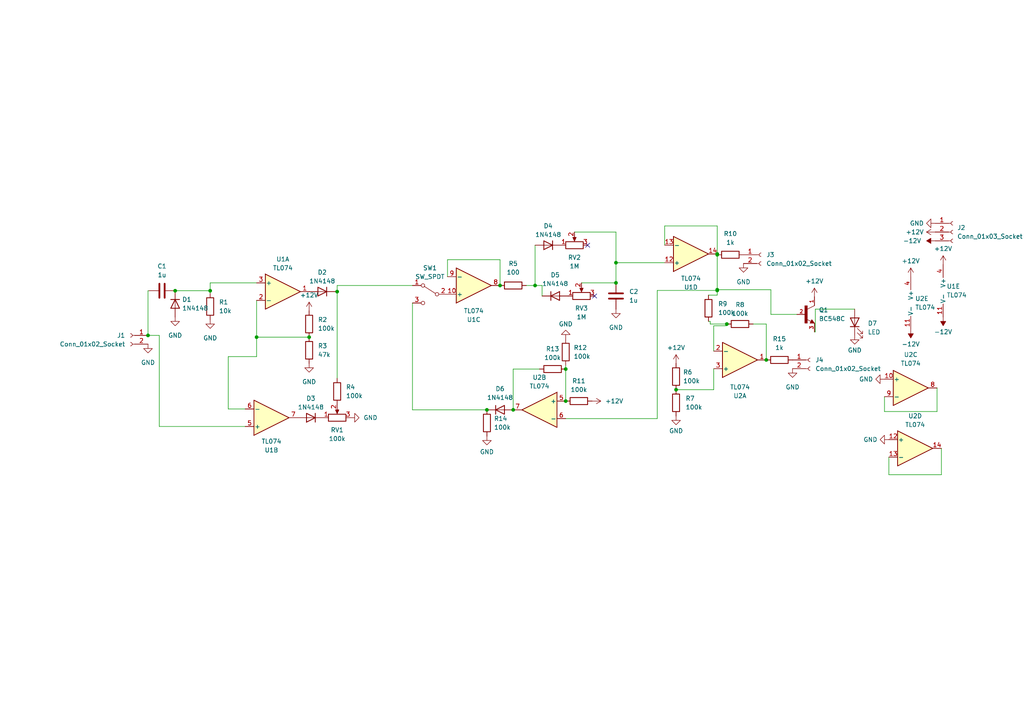
<source format=kicad_sch>
(kicad_sch (version 20230121) (generator eeschema)
  (paper "A4")
  (lib_symbols
    (symbol "Amplifier_Operational:TL074" (pin_names (offset 0.127))
      (property "Reference" "U" (at 0 5.08 0))
      (property "Value" "TL074" (at 0 -5.08 0))
      (symbol "TL074_1_1"
        (polyline (pts (xy -5.08 5.08) (xy 5.08 0) (xy -5.08 -5.08) (xy -5.08 5.08)) (stroke (width 0.254)) (fill (type background)))
        (pin output line (at 7.62 0 180) (length 2.54) (name "~") (number "1"))
        (pin input line (at -7.62 -2.54 0) (length 2.54) (name "-") (number "2"))
        (pin input line (at -7.62 2.54 0) (length 2.54) (name "+") (number "3"))
      )
      (symbol "TL074_2_1"
        (polyline (pts (xy -5.08 5.08) (xy 5.08 0) (xy -5.08 -5.08) (xy -5.08 5.08)) (stroke (width 0.254)) (fill (type background)))
        (pin input line (at -7.62 2.54 0) (length 2.54) (name "+") (number "5"))
        (pin input line (at -7.62 -2.54 0) (length 2.54) (name "-") (number "6"))
        (pin output line (at 7.62 0 180) (length 2.54) (name "~") (number "7"))
      )
      (symbol "TL074_3_1"
        (polyline (pts (xy -5.08 5.08) (xy 5.08 0) (xy -5.08 -5.08) (xy -5.08 5.08)) (stroke (width 0.254)) (fill (type background)))
        (pin input line (at -7.62 2.54 0) (length 2.54) (name "+") (number "10"))
        (pin output line (at 7.62 0 180) (length 2.54) (name "~") (number "8"))
        (pin input line (at -7.62 -2.54 0) (length 2.54) (name "-") (number "9"))
      )
      (symbol "TL074_4_1"
        (polyline (pts (xy -5.08 5.08) (xy 5.08 0) (xy -5.08 -5.08) (xy -5.08 5.08)) (stroke (width 0.254)) (fill (type background)))
        (pin input line (at -7.62 2.54 0) (length 2.54) (name "+") (number "12"))
        (pin input line (at -7.62 -2.54 0) (length 2.54) (name "-") (number "13"))
        (pin output line (at 7.62 0 180) (length 2.54) (name "~") (number "14"))
      )
      (symbol "TL074_5_1"
        (pin power_in line (at -2.54 -7.62 90) (length 3.81) (name "V-") (number "11"))
        (pin power_in line (at -2.54 7.62 270) (length 3.81) (name "V+") (number "4"))
      )
    )
    (symbol "BC548C:BC548C" (pin_names (offset 1.016))
      (property "Reference" "Q" (at -10.16 7.62 0))
      (property "Value" "BC548C" (at -10.16 -7.62 0))
      (symbol "BC548C_0_0"
        (rectangle (start -0.254 -2.54) (end 0.508 2.54) (stroke (width 0.1)) (fill (type outline)))
        (polyline (pts (xy 1.54 -2.04) (xy 0.308 -1.424)) (stroke (width 0.1524)))
        (polyline (pts (xy 2.54 2.54) (xy 0.508 1.524)) (stroke (width 0.1524)))
        (polyline (pts (xy 1.27 -2.54) (xy 1.778 -1.524) (xy 2.54 -2.54) (xy 1.27 -2.54)) (stroke (width 0.1524)) (fill (type outline)))
        (pin passive line (at 2.54 5.08 270) (length 2.54) (name "~") (number "1"))
        (pin passive line (at -2.54 0 0) (length 2.54) (name "~") (number "2"))
        (pin passive line (at 2.54 -5.08 90) (length 2.54) (name "~") (number "3"))
      )
    )
    (symbol "Connector:Conn_01x02_Socket" (pin_names (offset 1.016) hide)
      (property "Reference" "J" (at 0 2.54 0))
      (property "Value" "Conn_01x02_Socket" (at 0 -5.08 0))
      (symbol "Conn_01x02_Socket_1_1"
        (arc (start 0 -2.032) (mid -0.5058 -2.54) (end 0 -3.048) (stroke (width 0.1524)))
        (polyline (pts (xy -1.27 -2.54) (xy -0.508 -2.54)) (stroke (width 0.1524)))
        (polyline (pts (xy -1.27 0) (xy -0.508 0)) (stroke (width 0.1524)))
        (arc (start 0 0.508) (mid -0.5058 0) (end 0 -0.508) (stroke (width 0.1524)))
        (pin passive line (at -5.08 0 0) (length 3.81) (name "Pin_1") (number "1"))
        (pin passive line (at -5.08 -2.54 0) (length 3.81) (name "Pin_2") (number "2"))
      )
    )
    (symbol "Connector:Conn_01x03_Socket" (pin_names (offset 1.016) hide)
      (property "Reference" "J" (at 0 5.08 0))
      (property "Value" "Conn_01x03_Socket" (at 0 -5.08 0))
      (symbol "Conn_01x03_Socket_1_1"
        (arc (start 0 -2.032) (mid -0.5058 -2.54) (end 0 -3.048) (stroke (width 0.1524)))
        (polyline (pts (xy -1.27 -2.54) (xy -0.508 -2.54)) (stroke (width 0.1524)))
        (polyline (pts (xy -1.27 0) (xy -0.508 0)) (stroke (width 0.1524)))
        (polyline (pts (xy -1.27 2.54) (xy -0.508 2.54)) (stroke (width 0.1524)))
        (arc (start 0 0.508) (mid -0.5058 0) (end 0 -0.508) (stroke (width 0.1524)))
        (arc (start 0 3.048) (mid -0.5058 2.54) (end 0 2.032) (stroke (width 0.1524)))
        (pin passive line (at -5.08 2.54 0) (length 3.81) (name "Pin_1") (number "1"))
        (pin passive line (at -5.08 0 0) (length 3.81) (name "Pin_2") (number "2"))
        (pin passive line (at -5.08 -2.54 0) (length 3.81) (name "Pin_3") (number "3"))
      )
    )
    (symbol "Device:C" (pin_numbers hide) (pin_names (offset 0.254))
      (property "Reference" "C" (at 0.635 2.54 0))
      (property "Value" "C" (at 0.635 -2.54 0))
      (symbol "C_0_1"
        (polyline (pts (xy -2.032 -0.762) (xy 2.032 -0.762)) (stroke (width 0.508)))
        (polyline (pts (xy -2.032 0.762) (xy 2.032 0.762)) (stroke (width 0.508)))
      )
      (symbol "C_1_1"
        (pin passive line (at 0 3.81 270) (length 2.794) (name "~") (number "1"))
        (pin passive line (at 0 -3.81 90) (length 2.794) (name "~") (number "2"))
      )
    )
    (symbol "Device:LED" (pin_numbers hide) (pin_names (offset 1.016) hide)
      (property "Reference" "D" (at 0 2.54 0))
      (property "Value" "LED" (at 0 -2.54 0))
      (symbol "LED_0_1"
        (polyline (pts (xy -1.27 -1.27) (xy -1.27 1.27)) (stroke (width 0.254)))
        (polyline (pts (xy -1.27 0) (xy 1.27 0)))
        (polyline (pts (xy 1.27 -1.27) (xy 1.27 1.27) (xy -1.27 0) (xy 1.27 -1.27)) (stroke (width 0.254)))
        (polyline (pts (xy -3.048 -0.762) (xy -4.572 -2.286) (xy -3.81 -2.286) (xy -4.572 -2.286) (xy -4.572 -1.524)))
        (polyline (pts (xy -1.778 -0.762) (xy -3.302 -2.286) (xy -2.54 -2.286) (xy -3.302 -2.286) (xy -3.302 -1.524)))
      )
      (symbol "LED_1_1"
        (pin passive line (at -3.81 0 0) (length 2.54) (name "K") (number "1"))
        (pin passive line (at 3.81 0 180) (length 2.54) (name "A") (number "2"))
      )
    )
    (symbol "Device:R" (pin_numbers hide) (pin_names (offset 0))
      (property "Reference" "R" (at 2.032 0 90))
      (property "Value" "R" (at 0 0 90))
      (symbol "R_0_1"
        (rectangle (start -1.016 -2.54) (end 1.016 2.54) (stroke (width 0.254)))
      )
      (symbol "R_1_1"
        (pin passive line (at 0 3.81 270) (length 1.27) (name "~") (number "1"))
        (pin passive line (at 0 -3.81 90) (length 1.27) (name "~") (number "2"))
      )
    )
    (symbol "Device:R_Potentiometer" (pin_names (offset 1.016) hide)
      (property "Reference" "RV" (at -4.445 0 90))
      (property "Value" "R_Potentiometer" (at -2.54 0 90))
      (symbol "R_Potentiometer_0_1"
        (polyline (pts (xy 2.54 0) (xy 1.524 0)))
        (polyline (pts (xy 1.143 0) (xy 2.286 0.508) (xy 2.286 -0.508) (xy 1.143 0)) (fill (type outline)))
        (rectangle (start 1.016 2.54) (end -1.016 -2.54) (stroke (width 0.254)))
      )
      (symbol "R_Potentiometer_1_1"
        (pin passive line (at 0 3.81 270) (length 1.27) (name "1") (number "1"))
        (pin passive line (at 3.81 0 180) (length 1.27) (name "2") (number "2"))
        (pin passive line (at 0 -3.81 90) (length 1.27) (name "3") (number "3"))
      )
    )
    (symbol "Diode:1N4148" (pin_numbers hide) (pin_names hide)
      (property "Reference" "D" (at 0 2.54 0))
      (property "Value" "1N4148" (at 0 -2.54 0))
      (symbol "1N4148_0_1"
        (polyline (pts (xy -1.27 1.27) (xy -1.27 -1.27)) (stroke (width 0.254)))
        (polyline (pts (xy 1.27 0) (xy -1.27 0)))
        (polyline (pts (xy 1.27 1.27) (xy 1.27 -1.27) (xy -1.27 0) (xy 1.27 1.27)) (stroke (width 0.254)))
      )
      (symbol "1N4148_1_1"
        (pin passive line (at -3.81 0 0) (length 2.54) (name "K") (number "1"))
        (pin passive line (at 3.81 0 180) (length 2.54) (name "A") (number "2"))
      )
    )
    (symbol "Switch:SW_SPDT" (pin_names (offset 0) hide)
      (property "Reference" "SW" (at 0 4.318 0))
      (property "Value" "SW_SPDT" (at 0 -5.08 0))
      (symbol "SW_SPDT_0_0"
        (circle (center -2.032 0) (radius 0.508))
        (circle (center 2.032 -2.54) (radius 0.508))
      )
      (symbol "SW_SPDT_0_1"
        (polyline (pts (xy -1.524 0.254) (xy 1.651 2.286)))
        (circle (center 2.032 2.54) (radius 0.508))
      )
      (symbol "SW_SPDT_1_1"
        (pin passive line (at 5.08 2.54 180) (length 2.54) (name "A") (number "1"))
        (pin passive line (at -5.08 0 0) (length 2.54) (name "B") (number "2"))
        (pin passive line (at 5.08 -2.54 180) (length 2.54) (name "C") (number "3"))
      )
    )
    (symbol "power:+12V" (power) (pin_names (offset 0))
      (property "Value" "+12V" (at 0 3.556 0))
      (symbol "+12V_0_1"
        (polyline (pts (xy -0.762 1.27) (xy 0 2.54)))
        (polyline (pts (xy 0 0) (xy 0 2.54)))
        (polyline (pts (xy 0 2.54) (xy 0.762 1.27)))
      )
      (symbol "+12V_1_1"
        (pin power_in line (at 0 0 90) (length 0) hide (name "+12V") (number "1"))
      )
    )
    (symbol "power:-12V" (power) (pin_names (offset 0))
      (property "Value" "-12V" (at 0 3.81 0))
      (symbol "-12V_0_0"
        (pin power_in line (at 0 0 90) (length 0) hide (name "-12V") (number "1"))
      )
      (symbol "-12V_0_1"
        (polyline (pts (xy 0 0) (xy 0 1.27) (xy 0.762 1.27) (xy 0 2.54) (xy -0.762 1.27) (xy 0 1.27)) (fill (type outline)))
      )
    )
    (symbol "power:GND" (power) (pin_names (offset 0))
      (property "Value" "GND" (at 0 -3.81 0))
      (symbol "GND_0_1"
        (polyline (pts (xy 0 0) (xy 0 -1.27) (xy 1.27 -1.27) (xy 0 -2.54) (xy -1.27 -1.27) (xy 0 -1.27)))
      )
      (symbol "GND_1_1"
        (pin power_in line (at 0 0 270) (length 0) hide (name "GND") (number "1"))
      )
    )
  )
  (junction (at 208.026 84.0345))
  (junction (at 141.224 118.872))
  (junction (at 155.194 82.804))
  (junction (at 97.79 84.582))
  (junction (at 210.82 93.98))
  (junction (at 145.034 82.804))
  (junction (at 208.026 73.66))
  (junction (at 164.084 107.0446))
  (junction (at 164.084 116.332))
  (junction (at 222.25 104.394))
  (junction (at 178.6567 76.2))
  (junction (at 208.026 73.8936))
  (junction (at 60.96 84.328))
  (junction (at 178.6567 82.042))
  (junction (at 208.026 84.2428))
  (junction (at 148.844 118.872))
  (junction (at 42.926 97.282))
  (junction (at 50.8 84.328))
  (junction (at 196.088 113.03))
  (junction (at 74.422 97.79))
  (junction (at 89.662 97.79))
  (no_connect (at 170.434 71.12))
  (no_connect (at 172.466 85.852))
  (wire (pts (xy 148.844 107.0446) (xy 148.844 118.872)))
  (wire (pts (xy 178.6567 67.31) (xy 178.6567 76.2)))
  (wire (pts (xy 74.422 82.042) (xy 60.96 82.042)))
  (wire (pts (xy 74.422 97.79) (xy 74.422 103.4287)))
  (wire (pts (xy 43.18 84.328) (xy 42.926 84.328)))
  (wire (pts (xy 119.634 118.872) (xy 119.634 87.884)))
  (wire (pts (xy 190.6293 121.412) (xy 190.6293 84.2428)))
  (wire (pts (xy 192.786 65.5339) (xy 208.026 65.5339)))
  (wire (pts (xy 231.14 91.186) (xy 223.5933 91.186)))
  (wire (pts (xy 156.464 107.0446) (xy 148.844 107.0446)))
  (wire (pts (xy 46.1954 97.282) (xy 42.926 97.282)))
  (wire (pts (xy 207.01 94.4879) (xy 207.01 101.854)))
  (wire (pts (xy 152.654 82.804) (xy 155.194 82.804)))
  (wire (pts (xy 60.96 82.042) (xy 60.96 84.328)))
  (wire (pts (xy 205.486 85.598) (xy 208.026 85.598)))
  (wire (pts (xy 129.794 75.3247) (xy 145.034 75.3247)))
  (wire (pts (xy 66.1996 103.4287) (xy 66.1996 118.618)))
  (wire (pts (xy 66.1996 118.618) (xy 71.12 118.618)))
  (wire (pts (xy 210.82 94.4879) (xy 207.01 94.4879)))
  (wire (pts (xy 205.994 93.218) (xy 205.994 93.98)))
  (wire (pts (xy 155.194 82.804) (xy 155.194 71.12)))
  (wire (pts (xy 256.54 115.062) (xy 256.54 119.3654)))
  (wire (pts (xy 236.474 96.266) (xy 236.22 96.266)))
  (wire (pts (xy 208.026 84.2428) (xy 208.026 84.0345)))
  (wire (pts (xy 166.624 67.31) (xy 178.6567 67.31)))
  (wire (pts (xy 256.54 119.3654) (xy 271.78 119.3654)))
  (wire (pts (xy 271.78 119.3654) (xy 271.78 112.522)))
  (wire (pts (xy 178.6567 76.2) (xy 178.6567 82.042)))
  (wire (pts (xy 190.6293 84.2428) (xy 208.026 84.2428)))
  (wire (pts (xy 42.926 84.328) (xy 42.926 97.282)))
  (wire (pts (xy 192.786 71.12) (xy 192.786 65.5339)))
  (wire (pts (xy 89.662 97.79) (xy 74.422 97.79)))
  (wire (pts (xy 164.084 121.412) (xy 190.6293 121.412)))
  (wire (pts (xy 205.994 93.98) (xy 210.82 93.98)))
  (wire (pts (xy 210.82 93.98) (xy 210.82 94.4879)))
  (wire (pts (xy 207.01 113.03) (xy 196.088 113.03)))
  (wire (pts (xy 208.026 85.598) (xy 208.026 84.2428)))
  (wire (pts (xy 119.634 82.804) (xy 97.79 82.804)))
  (wire (pts (xy 46.1954 123.698) (xy 46.1954 97.282)))
  (wire (pts (xy 157.226 82.804) (xy 157.226 85.852)))
  (wire (pts (xy 218.44 93.98) (xy 222.25 93.98)))
  (wire (pts (xy 208.026 65.5339) (xy 208.026 73.66)))
  (wire (pts (xy 222.25 93.98) (xy 222.25 104.394)))
  (wire (pts (xy 208.026 84.0345) (xy 208.026 73.8936)))
  (wire (pts (xy 223.5933 91.186) (xy 223.5933 84.0345)))
  (wire (pts (xy 71.12 123.698) (xy 46.1954 123.698)))
  (wire (pts (xy 129.794 80.264) (xy 129.794 75.3247)))
  (wire (pts (xy 97.79 84.582) (xy 97.282 84.582)))
  (wire (pts (xy 50.8 84.328) (xy 60.96 84.328)))
  (wire (pts (xy 178.6567 82.042) (xy 168.656 82.042)))
  (wire (pts (xy 60.96 84.328) (xy 60.96 85.09)))
  (wire (pts (xy 208.026 73.66) (xy 208.026 73.8936)))
  (wire (pts (xy 257.81 132.588) (xy 257.81 137.6938)))
  (wire (pts (xy 97.79 109.728) (xy 97.79 84.582)))
  (wire (pts (xy 145.034 75.3247) (xy 145.034 82.804)))
  (wire (pts (xy 97.79 82.804) (xy 97.79 84.582)))
  (wire (pts (xy 164.084 105.918) (xy 164.084 107.0446)))
  (wire (pts (xy 74.422 103.4287) (xy 66.1996 103.4287)))
  (wire (pts (xy 192.786 76.2) (xy 178.6567 76.2)))
  (wire (pts (xy 155.194 82.804) (xy 157.226 82.804)))
  (wire (pts (xy 207.01 106.934) (xy 207.01 113.03)))
  (wire (pts (xy 205.486 93.218) (xy 205.994 93.218)))
  (wire (pts (xy 164.084 107.0446) (xy 164.084 116.332)))
  (wire (pts (xy 141.224 118.872) (xy 119.634 118.872)))
  (wire (pts (xy 273.05 137.6938) (xy 273.05 130.048)))
  (wire (pts (xy 247.904 89.662) (xy 236.474 89.662)))
  (wire (pts (xy 257.81 137.6938) (xy 273.05 137.6938)))
  (wire (pts (xy 236.474 89.662) (xy 236.474 96.266)))
  (wire (pts (xy 74.422 87.122) (xy 74.422 97.79)))
  (wire (pts (xy 223.5933 84.0345) (xy 208.026 84.0345)))
  (symbol (lib_id "Device:R") (at 211.836 73.8936 270) (unit 1)
    (property "Reference" "R10" (at 211.836 67.7976 90))
    (property "Value" "1k" (at 211.836 70.3376 90))
    (property "Footprint" "Resistor_THT:R_Axial_DIN0204_L3.6mm_D1.6mm_P7.62mm_Horizontal" (effects hide))
  )
  (symbol (lib_id "Diode:1N4148") (at 50.8 88.138 270) (unit 1)
    (property "Reference" "D1" (at 52.832 86.868 90) (effects (justify left)))
    (property "Value" "1N4148" (at 52.832 89.408 90) (effects (justify left)))
    (property "Footprint" "Diode_THT:D_DO-35_SOD27_P7.62mm_Horizontal" (effects hide))
    (property "Datasheet" "https://assets.nexperia.com/documents/data-sheet/1N4148_1N4448.pdf" (effects hide))
    (property "Sim.Device" "D" (effects hide))
    (property "Sim.Pins" "1=K 2=A" (effects hide))
  )
  (symbol (lib_id "Device:R") (at 214.63 93.98 90) (unit 1)
    (property "Reference" "R8" (at 214.63 88.392 90))
    (property "Value" "100k" (at 214.63 90.932 90))
    (property "Footprint" "Resistor_THT:R_Axial_DIN0204_L3.6mm_D1.6mm_P7.62mm_Horizontal" (effects hide))
  )
  (symbol (lib_id "Amplifier_Operational:TL074") (at 78.74 121.158 0) (mirror x) (unit 2)
    (property "Reference" "U1" (at 78.74 130.556 0))
    (property "Value" "TL074" (at 78.74 128.016 0))
    (property "Footprint" "my_library:my_dip14" (effects hide))
    (property "Datasheet" "http://www.ti.com/lit/ds/symlink/tl071.pdf" (effects hide))
  )
  (symbol (lib_id "Device:R") (at 160.274 107.0446 270) (unit 1)
    (property "Reference" "R13" (at 160.274 101.2026 90))
    (property "Value" "100k" (at 160.274 103.7426 90))
    (property "Footprint" "Resistor_THT:R_Axial_DIN0204_L3.6mm_D1.6mm_P7.62mm_Horizontal" (effects hide))
  )
  (symbol (lib_id "power:+12V") (at 89.662 90.17 0) (unit 1)
    (property "Reference" "#PWR013" (effects hide))
    (property "Value" "+12V" (at 89.662 85.598 0))
  )
  (symbol (lib_id "power:GND") (at 101.6 121.158 90) (unit 1)
    (property "Reference" "#PWR014" (effects hide))
    (property "Value" "GND" (at 105.41 121.158 90) (effects (justify right)))
  )
  (symbol (lib_id "Amplifier_Operational:TL074") (at 137.414 82.804 0) (mirror x) (unit 3)
    (property "Reference" "U1" (at 137.414 92.71 0))
    (property "Value" "TL074" (at 137.414 90.17 0))
    (property "Footprint" "my_library:my_dip14" (effects hide))
    (property "Datasheet" "http://www.ti.com/lit/ds/symlink/tl071.pdf" (effects hide))
  )
  (symbol (lib_id "Switch:SW_SPDT") (at 124.714 85.344 0) (mirror y) (unit 1)
    (property "Reference" "SW1" (at 124.714 77.724 0))
    (property "Value" "SW_SPDT" (at 124.714 80.264 0))
    (property "Footprint" "my_library:my_really_cool_3pin" (effects hide))
  )
  (symbol (lib_id "Connector:Conn_01x03_Socket") (at 276.352 67.31 0) (unit 1)
    (property "Reference" "J2" (at 277.622 66.04 0) (effects (justify left)))
    (property "Value" "Conn_01x03_Socket" (at 277.622 68.58 0) (effects (justify left)))
    (property "Footprint" "my_library:my_really_cool_3pin" (effects hide))
  )
  (symbol (lib_id "Device:C") (at 178.6567 85.852 180) (unit 1)
    (property "Reference" "C2" (at 182.4667 84.582 0) (effects (justify right)))
    (property "Value" "1u" (at 182.4667 87.122 0) (effects (justify right)))
    (property "Footprint" "Capacitor_THT:C_Disc_D4.3mm_W1.9mm_P5.00mm" (effects hide))
  )
  (symbol (lib_id "Device:R") (at 226.06 104.394 270) (unit 1)
    (property "Reference" "R15" (at 226.06 98.298 90))
    (property "Value" "1k" (at 226.06 100.838 90))
    (property "Footprint" "Resistor_THT:R_Axial_DIN0204_L3.6mm_D1.6mm_P7.62mm_Horizontal" (effects hide))
  )
  (symbol (lib_id "power:+12V") (at 236.22 86.106 0) (unit 1)
    (property "Reference" "#PWR025" (effects hide))
    (property "Value" "+12V" (at 236.22 81.534 0))
  )
  (symbol (lib_id "power:GND") (at 247.904 97.282 0) (unit 1)
    (property "Reference" "#PWR026" (effects hide))
    (property "Value" "GND" (at 247.904 101.6 0))
  )
  (symbol (lib_id "power:+12V") (at 273.558 76.708 0) (unit 1)
    (property "Reference" "#PWR07" (effects hide))
    (property "Value" "+12V" (at 273.558 72.136 0))
  )
  (symbol (lib_id "Device:C") (at 46.99 84.328 90) (unit 1)
    (property "Reference" "C1" (at 46.99 77.216 90))
    (property "Value" "1u" (at 46.99 79.756 90))
    (property "Footprint" "Capacitor_THT:C_Disc_D4.3mm_W1.9mm_P5.00mm" (effects hide))
  )
  (symbol (lib_id "Diode:1N4148") (at 93.472 84.582 180) (unit 1)
    (property "Reference" "D2" (at 93.472 78.994 0))
    (property "Value" "1N4148" (at 93.472 81.534 0))
    (property "Footprint" "Diode_THT:D_DO-35_SOD27_P7.62mm_Horizontal" (effects hide))
    (property "Datasheet" "https://assets.nexperia.com/documents/data-sheet/1N4148_1N4448.pdf" (effects hide))
    (property "Sim.Device" "D" (effects hide))
    (property "Sim.Pins" "1=K 2=A" (effects hide))
  )
  (symbol (lib_id "power:GND") (at 60.96 92.71 0) (unit 1)
    (property "Reference" "#PWR011" (effects hide))
    (property "Value" "GND" (at 60.96 98.044 0))
  )
  (symbol (lib_id "power:GND") (at 89.662 105.41 0) (unit 1)
    (property "Reference" "#PWR012" (effects hide))
    (property "Value" "GND" (at 89.662 110.744 0))
  )
  (symbol (lib_id "Connector:Conn_01x02_Socket") (at 234.95 104.394 0) (unit 1)
    (property "Reference" "J4" (at 236.474 104.394 0) (effects (justify left)))
    (property "Value" "Conn_01x02_Socket" (at 236.474 106.934 0) (effects (justify left)))
    (property "Footprint" "my_library:my_really_cool_2pin" (effects hide))
  )
  (symbol (lib_id "power:GND") (at 257.81 127.508 270) (unit 1)
    (property "Reference" "#PWR020" (effects hide))
    (property "Value" "GND" (at 254.508 127.508 90) (effects (justify right)))
  )
  (symbol (lib_id "power:GND") (at 215.646 76.4336 0) (unit 1)
    (property "Reference" "#PWR016" (effects hide))
    (property "Value" "GND" (at 215.646 81.7676 0))
  )
  (symbol (lib_id "power:-12V") (at 271.272 69.85 90) (unit 1)
    (property "Reference" "#PWR02" (effects hide))
    (property "Value" "-12V" (at 267.208 69.85 90) (effects (justify left)))
  )
  (symbol (lib_id "power:+12V") (at 264.16 80.264 0) (unit 1)
    (property "Reference" "#PWR017" (effects hide))
    (property "Value" "+12V" (at 264.16 75.692 0))
  )
  (symbol (lib_id "Device:R") (at 89.662 101.6 0) (unit 1)
    (property "Reference" "R3" (at 92.202 100.33 0) (effects (justify left)))
    (property "Value" "47k" (at 92.202 102.87 0) (effects (justify left)))
    (property "Footprint" "Resistor_THT:R_Axial_DIN0204_L3.6mm_D1.6mm_P7.62mm_Horizontal" (effects hide))
  )
  (symbol (lib_id "Amplifier_Operational:TL074") (at 156.464 118.872 0) (mirror y) (unit 2)
    (property "Reference" "U2" (at 156.464 109.474 0))
    (property "Value" "TL074" (at 156.464 112.014 0))
    (property "Footprint" "my_library:my_dip14" (effects hide))
    (property "Datasheet" "http://www.ti.com/lit/ds/symlink/tl071.pdf" (effects hide))
  )
  (symbol (lib_id "power:+12V") (at 171.704 116.332 270) (unit 1)
    (property "Reference" "#PWR028" (effects hide))
    (property "Value" "+12V" (at 175.514 116.332 90) (effects (justify left)))
  )
  (symbol (lib_id "power:GND") (at 256.54 109.982 270) (unit 1)
    (property "Reference" "#PWR019" (effects hide))
    (property "Value" "GND" (at 253.238 109.982 90) (effects (justify right)))
  )
  (symbol (lib_id "Device:R") (at 97.79 113.538 0) (unit 1)
    (property "Reference" "R4" (at 100.33 112.268 0) (effects (justify left)))
    (property "Value" "100k" (at 100.33 114.808 0) (effects (justify left)))
    (property "Footprint" "Resistor_THT:R_Axial_DIN0204_L3.6mm_D1.6mm_P7.62mm_Horizontal" (effects hide))
  )
  (symbol (lib_id "Amplifier_Operational:TL074") (at 264.16 112.522 0) (unit 3)
    (property "Reference" "U2" (at 264.16 102.87 0))
    (property "Value" "TL074" (at 264.16 105.41 0))
    (property "Footprint" "my_library:my_dip14" (effects hide))
    (property "Datasheet" "http://www.ti.com/lit/ds/symlink/tl071.pdf" (effects hide))
  )
  (symbol (lib_id "power:-12V") (at 273.558 91.948 180) (unit 1)
    (property "Reference" "#PWR08" (effects hide))
    (property "Value" "-12V" (at 273.558 96.266 0))
  )
  (symbol (lib_id "power:GND") (at 42.926 99.822 0) (unit 1)
    (property "Reference" "#PWR09" (effects hide))
    (property "Value" "GND" (at 42.926 105.156 0))
  )
  (symbol (lib_id "Amplifier_Operational:TL074") (at 214.63 104.394 0) (mirror x) (unit 1)
    (property "Reference" "U2" (at 214.63 114.808 0))
    (property "Value" "TL074" (at 214.63 112.268 0))
    (property "Footprint" "my_library:my_dip14" (effects hide))
    (property "Datasheet" "http://www.ti.com/lit/ds/symlink/tl071.pdf" (effects hide))
  )
  (symbol (lib_id "Amplifier_Operational:TL074") (at 276.098 84.328 0) (unit 5)
    (property "Reference" "U1" (at 274.574 83.058 0) (effects (justify left)))
    (property "Value" "TL074" (at 274.574 85.598 0) (effects (justify left)))
    (property "Footprint" "my_library:my_dip14" (effects hide))
    (property "Datasheet" "http://www.ti.com/lit/ds/symlink/tl071.pdf" (effects hide))
  )
  (symbol (lib_id "Device:R") (at 196.088 109.22 0) (unit 1)
    (property "Reference" "R6" (at 198.12 107.95 0) (effects (justify left)))
    (property "Value" "100k" (at 198.12 110.49 0) (effects (justify left)))
    (property "Footprint" "Resistor_THT:R_Axial_DIN0204_L3.6mm_D1.6mm_P7.62mm_Horizontal" (effects hide))
  )
  (symbol (lib_id "BC548C:BC548C") (at 233.68 91.186 0) (unit 1)
    (property "Reference" "Q1" (at 237.49 89.916 0) (effects (justify left)))
    (property "Value" "BC548C" (at 237.49 92.456 0) (effects (justify left)))
    (property "Footprint" "BC548C:TO92250P510H770-3" (effects hide))
    (property "MF" "ON" (effects hide))
    (property "Purchase-URL" "https://www.snapeda.com/api/url_track_click_mouser/?unipart_id=455158&manufacturer=ON&part_name=BC548C&search_term=None" (effects hide))
    (property "Package" "E-PKG AXIAL-LEADED-2 ON Semiconductor" (effects hide))
    (property "Price" "None" (effects hide))
    (property "Check_prices" "https://www.snapeda.com/parts/BC548C/Onsemi/view-part/?ref=eda" (effects hide))
    (property "SnapEDA_Link" "https://www.snapeda.com/parts/BC548C/Onsemi/view-part/?ref=snap" (effects hide))
    (property "MP" "BC548C" (effects hide))
    (property "Availability" "In Stock" (effects hide))
    (property "Description" "\nBipolar (BJT) Transistor NPN 30 V 100 mA 300MHz 625 mW Through Hole TO-92 (TO-226)\n" (effects hide))
  )
  (symbol (lib_id "Device:R") (at 167.894 116.332 90) (unit 1)
    (property "Reference" "R11" (at 167.894 110.49 90))
    (property "Value" "100k" (at 167.894 113.03 90))
    (property "Footprint" "Resistor_THT:R_Axial_DIN0204_L3.6mm_D1.6mm_P7.62mm_Horizontal" (effects hide))
  )
  (symbol (lib_id "Amplifier_Operational:TL074") (at 265.43 130.048 0) (unit 4)
    (property "Reference" "U2" (at 265.43 120.65 0))
    (property "Value" "TL074" (at 265.43 123.19 0))
    (property "Footprint" "my_library:my_dip14" (effects hide))
    (property "Datasheet" "http://www.ti.com/lit/ds/symlink/tl071.pdf" (effects hide))
  )
  (symbol (lib_id "Diode:1N4148") (at 159.004 71.12 180) (unit 1)
    (property "Reference" "D4" (at 159.004 65.532 0))
    (property "Value" "1N4148" (at 159.004 68.072 0))
    (property "Footprint" "Diode_THT:D_DO-35_SOD27_P7.62mm_Horizontal" (effects hide))
    (property "Datasheet" "https://assets.nexperia.com/documents/data-sheet/1N4148_1N4448.pdf" (effects hide))
    (property "Sim.Device" "D" (effects hide))
    (property "Sim.Pins" "1=K 2=A" (effects hide))
  )
  (symbol (lib_id "power:GND") (at 164.084 98.298 180) (unit 1)
    (property "Reference" "#PWR023" (effects hide))
    (property "Value" "GND" (at 164.084 93.98 0))
  )
  (symbol (lib_id "Amplifier_Operational:TL074") (at 82.042 84.582 0) (unit 1)
    (property "Reference" "U1" (at 82.042 75.184 0))
    (property "Value" "TL074" (at 82.042 77.724 0))
    (property "Footprint" "my_library:my_dip14" (effects hide))
    (property "Datasheet" "http://www.ti.com/lit/ds/symlink/tl071.pdf" (effects hide))
  )
  (symbol (lib_id "Connector:Conn_01x02_Socket") (at 220.726 73.8936 0) (unit 1)
    (property "Reference" "J3" (at 222.25 73.8936 0) (effects (justify left)))
    (property "Value" "Conn_01x02_Socket" (at 222.25 76.4336 0) (effects (justify left)))
    (property "Footprint" "my_library:my_really_cool_2pin" (effects hide))
  )
  (symbol (lib_id "Diode:1N4148") (at 161.036 85.852 0) (unit 1)
    (property "Reference" "D5" (at 161.036 79.756 0))
    (property "Value" "1N4148" (at 161.036 82.296 0))
    (property "Footprint" "Diode_THT:D_DO-35_SOD27_P7.62mm_Horizontal" (effects hide))
    (property "Datasheet" "https://assets.nexperia.com/documents/data-sheet/1N4148_1N4448.pdf" (effects hide))
    (property "Sim.Device" "D" (effects hide))
    (property "Sim.Pins" "1=K 2=A" (effects hide))
  )
  (symbol (lib_id "Device:R_Potentiometer") (at 97.79 121.158 90) (unit 1)
    (property "Reference" "RV1" (at 97.79 124.714 90))
    (property "Value" "100k" (at 97.79 127.254 90))
    (property "Footprint" "my_library:my_really_cool_3pin" (effects hide))
  )
  (symbol (lib_id "power:GND") (at 141.224 126.492 0) (unit 1)
    (property "Reference" "#PWR024" (effects hide))
    (property "Value" "GND" (at 141.224 131.064 0))
  )
  (symbol (lib_id "Device:R_Potentiometer") (at 168.656 85.852 90) (unit 1)
    (property "Reference" "RV3" (at 168.656 89.408 90))
    (property "Value" "1M" (at 168.656 91.948 90))
    (property "Footprint" "my_library:my_really_cool_2pin" (effects hide))
  )
  (symbol (lib_id "Device:LED") (at 247.904 93.472 90) (unit 1)
    (property "Reference" "D7" (at 251.6889 93.7895 90) (effects (justify right)))
    (property "Value" "LED" (at 251.6889 96.3295 90) (effects (justify right)))
    (property "Footprint" "LED_THT:LED_D3.0mm" (effects hide))
  )
  (symbol (lib_id "power:GND") (at 271.272 64.77 270) (unit 1)
    (property "Reference" "#PWR03" (effects hide))
    (property "Value" "GND" (at 267.97 64.77 90) (effects (justify right)))
  )
  (symbol (lib_id "Device:R") (at 205.486 89.408 180) (unit 1)
    (property "Reference" "R9" (at 208.28 88.138 0) (effects (justify right)))
    (property "Value" "100k" (at 208.28 90.678 0) (effects (justify right)))
    (property "Footprint" "Resistor_THT:R_Axial_DIN0204_L3.6mm_D1.6mm_P7.62mm_Horizontal" (effects hide))
  )
  (symbol (lib_id "Device:R") (at 196.088 116.84 180) (unit 1)
    (property "Reference" "R7" (at 198.8226 115.57 0) (effects (justify right)))
    (property "Value" "100k" (at 198.8226 118.11 0) (effects (justify right)))
    (property "Footprint" "Resistor_THT:R_Axial_DIN0204_L3.6mm_D1.6mm_P7.62mm_Horizontal" (effects hide))
  )
  (symbol (lib_id "Connector:Conn_01x02_Socket") (at 37.846 97.282 0) (mirror y) (unit 1)
    (property "Reference" "J1" (at 36.322 97.282 0) (effects (justify left)))
    (property "Value" "Conn_01x02_Socket" (at 36.322 99.822 0) (effects (justify left)))
    (property "Footprint" "my_library:my_really_cool_2pin" (effects hide))
  )
  (symbol (lib_id "Device:R") (at 89.662 93.98 0) (unit 1)
    (property "Reference" "R2" (at 92.202 92.71 0) (effects (justify left)))
    (property "Value" "100k" (at 92.202 95.25 0) (effects (justify left)))
    (property "Footprint" "Resistor_THT:R_Axial_DIN0204_L3.6mm_D1.6mm_P7.62mm_Horizontal" (effects hide))
  )
  (symbol (lib_id "power:GND") (at 178.6567 89.662 0) (unit 1)
    (property "Reference" "#PWR015" (effects hide))
    (property "Value" "GND" (at 178.6567 94.996 0))
  )
  (symbol (lib_id "Device:R") (at 148.844 82.804 270) (unit 1)
    (property "Reference" "R5" (at 148.844 76.454 90))
    (property "Value" "100" (at 148.844 78.994 90))
    (property "Footprint" "Resistor_THT:R_Axial_DIN0204_L3.6mm_D1.6mm_P7.62mm_Horizontal" (effects hide))
  )
  (symbol (lib_id "Device:R_Potentiometer") (at 166.624 71.12 90) (unit 1)
    (property "Reference" "RV2" (at 166.624 74.676 90))
    (property "Value" "1M" (at 166.624 77.216 90))
    (property "Footprint" "my_library:my_really_cool_2pin" (effects hide))
  )
  (symbol (lib_id "Device:R") (at 60.96 88.9 0) (unit 1)
    (property "Reference" "R1" (at 63.5 87.63 0) (effects (justify left)))
    (property "Value" "10k" (at 63.5 90.17 0) (effects (justify left)))
    (property "Footprint" "Resistor_THT:R_Axial_DIN0204_L3.6mm_D1.6mm_P7.62mm_Horizontal" (effects hide))
  )
  (symbol (lib_id "Device:R") (at 141.224 122.682 180) (unit 1)
    (property "Reference" "R14" (at 143.256 121.412 0) (effects (justify right)))
    (property "Value" "100k" (at 143.256 123.952 0) (effects (justify right)))
    (property "Footprint" "Resistor_THT:R_Axial_DIN0204_L3.6mm_D1.6mm_P7.62mm_Horizontal" (effects hide))
  )
  (symbol (lib_id "power:GND") (at 196.088 120.65 0) (unit 1)
    (property "Reference" "#PWR022" (effects hide))
    (property "Value" "GND" (at 196.088 124.968 0))
  )
  (symbol (lib_id "Diode:1N4148") (at 145.034 118.872 0) (unit 1)
    (property "Reference" "D6" (at 145.034 112.776 0))
    (property "Value" "1N4148" (at 145.034 115.316 0))
    (property "Footprint" "Diode_THT:D_DO-35_SOD27_P7.62mm_Horizontal" (effects hide))
    (property "Datasheet" "https://assets.nexperia.com/documents/data-sheet/1N4148_1N4448.pdf" (effects hide))
    (property "Sim.Device" "D" (effects hide))
    (property "Sim.Pins" "1=K 2=A" (effects hide))
  )
  (symbol (lib_id "power:GND") (at 50.8 91.948 0) (unit 1)
    (property "Reference" "#PWR010" (effects hide))
    (property "Value" "GND" (at 50.8 97.282 0))
  )
  (symbol (lib_id "power:-12V") (at 264.16 95.504 180) (unit 1)
    (property "Reference" "#PWR018" (effects hide))
    (property "Value" "-12V" (at 264.16 99.822 0))
  )
  (symbol (lib_id "power:GND") (at 229.87 106.934 0) (unit 1)
    (property "Reference" "#PWR027" (effects hide))
    (property "Value" "GND" (at 229.87 112.268 0))
  )
  (symbol (lib_id "Amplifier_Operational:TL074") (at 200.406 73.66 0) (mirror x) (unit 4)
    (property "Reference" "U1" (at 200.406 83.312 0))
    (property "Value" "TL074" (at 200.406 80.772 0))
    (property "Footprint" "my_library:my_dip14" (effects hide))
    (property "Datasheet" "http://www.ti.com/lit/ds/symlink/tl071.pdf" (effects hide))
  )
  (symbol (lib_id "power:+12V") (at 271.272 67.31 90) (unit 1)
    (property "Reference" "#PWR01" (effects hide))
    (property "Value" "+12V" (at 267.97 67.31 90) (effects (justify left)))
  )
  (symbol (lib_id "power:+12V") (at 196.088 105.41 0) (unit 1)
    (property "Reference" "#PWR021" (effects hide))
    (property "Value" "+12V" (at 196.088 100.838 0))
  )
  (symbol (lib_id "Diode:1N4148") (at 90.17 121.158 180) (unit 1)
    (property "Reference" "D3" (at 90.17 115.57 0))
    (property "Value" "1N4148" (at 90.17 118.11 0))
    (property "Footprint" "Diode_THT:D_DO-35_SOD27_P7.62mm_Horizontal" (effects hide))
    (property "Datasheet" "https://assets.nexperia.com/documents/data-sheet/1N4148_1N4448.pdf" (effects hide))
    (property "Sim.Device" "D" (effects hide))
    (property "Sim.Pins" "1=K 2=A" (effects hide))
  )
  (symbol (lib_id "Device:R") (at 164.084 102.108 180) (unit 1)
    (property "Reference" "R12" (at 166.37 100.838 0) (effects (justify right)))
    (property "Value" "100k" (at 166.37 103.378 0) (effects (justify right)))
    (property "Footprint" "Resistor_THT:R_Axial_DIN0204_L3.6mm_D1.6mm_P7.62mm_Horizontal" (effects hide))
  )
  (symbol (lib_id "Amplifier_Operational:TL074") (at 266.7 87.884 0) (unit 5)
    (property "Reference" "U2" (at 265.43 86.614 0) (effects (justify left)))
    (property "Value" "TL074" (at 265.43 89.154 0) (effects (justify left)))
    (property "Footprint" "my_library:my_dip14" (effects hide))
    (property "Datasheet" "http://www.ti.com/lit/ds/symlink/tl071.pdf" (effects hide))
  )
)
</source>
